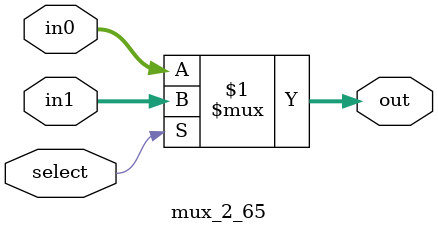
<source format=v>
module mux_2_65(out, select, in0, in1);
    output [64:0] out;
    input select;
    input [64:0] in0, in1;
    assign out = select ? in1 : in0;
endmodule

</source>
